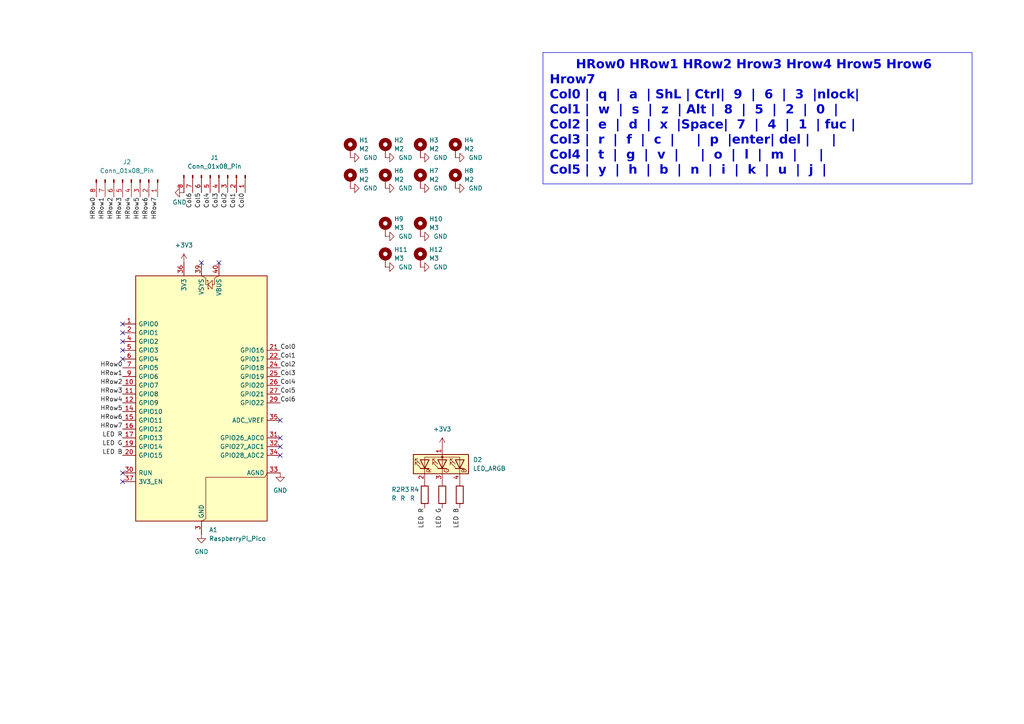
<source format=kicad_sch>
(kicad_sch (version 20231120) (generator "eeschema") (generator_version "8.0")
  (paper "A4")
  (lib_symbols
    (symbol "Connector:Conn_01x08_Pin" (pin_names (offset 1.016) hide)
      (property "Reference" "J" (at 0 10.16 0))
      (property "Value" "Conn_01x08_Pin" (at 0 -12.7 0))
      (symbol "Conn_01x08_Pin_1_1"
        (polyline (pts (xy 1.27 -10.16) (xy 0.8636 -10.16)) (stroke (width 0.1524)))
        (polyline (pts (xy 1.27 -7.62) (xy 0.8636 -7.62)) (stroke (width 0.1524)))
        (polyline (pts (xy 1.27 -5.08) (xy 0.8636 -5.08)) (stroke (width 0.1524)))
        (polyline (pts (xy 1.27 -2.54) (xy 0.8636 -2.54)) (stroke (width 0.1524)))
        (polyline (pts (xy 1.27 0) (xy 0.8636 0)) (stroke (width 0.1524)))
        (polyline (pts (xy 1.27 2.54) (xy 0.8636 2.54)) (stroke (width 0.1524)))
        (polyline (pts (xy 1.27 5.08) (xy 0.8636 5.08)) (stroke (width 0.1524)))
        (polyline (pts (xy 1.27 7.62) (xy 0.8636 7.62)) (stroke (width 0.1524)))
        (rectangle (start 0.8636 -10.033) (end 0 -10.287) (stroke (width 0.1524)) (fill (type outline)))
        (rectangle (start 0.8636 -7.493) (end 0 -7.747) (stroke (width 0.1524)) (fill (type outline)))
        (rectangle (start 0.8636 -4.953) (end 0 -5.207) (stroke (width 0.1524)) (fill (type outline)))
        (rectangle (start 0.8636 -2.413) (end 0 -2.667) (stroke (width 0.1524)) (fill (type outline)))
        (rectangle (start 0.8636 0.127) (end 0 -0.127) (stroke (width 0.1524)) (fill (type outline)))
        (rectangle (start 0.8636 2.667) (end 0 2.413) (stroke (width 0.1524)) (fill (type outline)))
        (rectangle (start 0.8636 5.207) (end 0 4.953) (stroke (width 0.1524)) (fill (type outline)))
        (rectangle (start 0.8636 7.747) (end 0 7.493) (stroke (width 0.1524)) (fill (type outline)))
        (pin passive line (at 5.08 7.62 180) (length 3.81) (name "Pin_1") (number "1"))
        (pin passive line (at 5.08 5.08 180) (length 3.81) (name "Pin_2") (number "2"))
        (pin passive line (at 5.08 2.54 180) (length 3.81) (name "Pin_3") (number "3"))
        (pin passive line (at 5.08 0 180) (length 3.81) (name "Pin_4") (number "4"))
        (pin passive line (at 5.08 -2.54 180) (length 3.81) (name "Pin_5") (number "5"))
        (pin passive line (at 5.08 -5.08 180) (length 3.81) (name "Pin_6") (number "6"))
        (pin passive line (at 5.08 -7.62 180) (length 3.81) (name "Pin_7") (number "7"))
        (pin passive line (at 5.08 -10.16 180) (length 3.81) (name "Pin_8") (number "8"))
      )
    )
    (symbol "Device:LED_ARGB" (pin_names (offset 0) hide)
      (property "Reference" "D" (at 0 9.398 0))
      (property "Value" "LED_ARGB" (at 0 -8.89 0))
      (symbol "LED_ARGB_0_0"
        (text "B" (at -1.905 -6.35 0) (effects (font (size 1.27 1.27))))
        (text "G" (at -1.905 -1.27 0) (effects (font (size 1.27 1.27))))
        (text "R" (at -1.905 3.81 0) (effects (font (size 1.27 1.27))))
      )
      (symbol "LED_ARGB_0_1"
        (polyline (pts (xy -1.27 -5.08) (xy -2.54 -5.08)))
        (polyline (pts (xy -1.27 -5.08) (xy 1.27 -5.08)))
        (polyline (pts (xy -1.27 -3.81) (xy -1.27 -6.35)) (stroke (width 0.254)))
        (polyline (pts (xy -1.27 0) (xy -2.54 0)))
        (polyline (pts (xy -1.27 1.27) (xy -1.27 -1.27)) (stroke (width 0.254)))
        (polyline (pts (xy -1.27 5.08) (xy -2.54 5.08)))
        (polyline (pts (xy -1.27 5.08) (xy 1.27 5.08)))
        (polyline (pts (xy -1.27 6.35) (xy -1.27 3.81)) (stroke (width 0.254)))
        (polyline (pts (xy 1.27 0) (xy -1.27 0)))
        (polyline (pts (xy 1.27 0) (xy 2.54 0)))
        (polyline (pts (xy -1.27 1.27) (xy -1.27 -1.27) (xy -1.27 -1.27)))
        (polyline (pts (xy -1.27 6.35) (xy -1.27 3.81) (xy -1.27 3.81)))
        (polyline (pts (xy 1.27 -5.08) (xy 2.032 -5.08) (xy 2.032 5.08) (xy 1.27 5.08)))
        (polyline (pts (xy 1.27 -3.81) (xy 1.27 -6.35) (xy -1.27 -5.08) (xy 1.27 -3.81)) (stroke (width 0.254)))
        (polyline (pts (xy 1.27 1.27) (xy 1.27 -1.27) (xy -1.27 0) (xy 1.27 1.27)) (stroke (width 0.254)))
        (polyline (pts (xy 1.27 6.35) (xy 1.27 3.81) (xy -1.27 5.08) (xy 1.27 6.35)) (stroke (width 0.254)))
        (polyline (pts (xy -1.016 -3.81) (xy 0.508 -2.286) (xy -0.254 -2.286) (xy 0.508 -2.286) (xy 0.508 -3.048)))
        (polyline (pts (xy -1.016 1.27) (xy 0.508 2.794) (xy -0.254 2.794) (xy 0.508 2.794) (xy 0.508 2.032)))
        (polyline (pts (xy -1.016 6.35) (xy 0.508 7.874) (xy -0.254 7.874) (xy 0.508 7.874) (xy 0.508 7.112)))
        (polyline (pts (xy 0 -3.81) (xy 1.524 -2.286) (xy 0.762 -2.286) (xy 1.524 -2.286) (xy 1.524 -3.048)))
        (polyline (pts (xy 0 1.27) (xy 1.524 2.794) (xy 0.762 2.794) (xy 1.524 2.794) (xy 1.524 2.032)))
        (polyline (pts (xy 0 6.35) (xy 1.524 7.874) (xy 0.762 7.874) (xy 1.524 7.874) (xy 1.524 7.112)))
        (rectangle (start 1.27 -1.27) (end 1.27 1.27))
        (rectangle (start 1.27 1.27) (end 1.27 1.27))
        (rectangle (start 1.27 3.81) (end 1.27 6.35))
        (rectangle (start 1.27 6.35) (end 1.27 6.35))
        (circle (center 2.032 0) (radius 0.254) (fill (type outline)))
        (rectangle (start 2.794 8.382) (end -2.794 -7.62) (stroke (width 0.254)) (fill (type background)))
      )
      (symbol "LED_ARGB_1_1"
        (pin passive line (at 5.08 0 180) (length 2.54) (name "A") (number "1"))
        (pin passive line (at -5.08 5.08 0) (length 2.54) (name "RK") (number "2"))
        (pin passive line (at -5.08 0 0) (length 2.54) (name "GK") (number "3"))
        (pin passive line (at -5.08 -5.08 0) (length 2.54) (name "BK") (number "4"))
      )
    )
    (symbol "Device:R" (pin_numbers hide) (pin_names (offset 0))
      (property "Reference" "R" (at 2.032 0 90))
      (property "Value" "R" (at 0 0 90))
      (symbol "R_0_1"
        (rectangle (start -1.016 -2.54) (end 1.016 2.54) (stroke (width 0.254)))
      )
      (symbol "R_1_1"
        (pin passive line (at 0 3.81 270) (length 1.27) (name "~") (number "1"))
        (pin passive line (at 0 -3.81 90) (length 1.27) (name "~") (number "2"))
      )
    )
    (symbol "MCU_Module_RaspberryPi_Pico:RaspberryPi_Pico" (pin_names (offset 0.762))
      (property "Reference" "A" (at -19.05 38.1 0))
      (property "Value" "RaspberryPi_Pico" (at 7.62 38.1 0))
      (symbol "RaspberryPi_Pico_0_1"
        (rectangle (start -19.05 36.83) (end 19.05 -34.29) (stroke (width 0.254)) (fill (type background)))
        (polyline (pts (xy 0 36.83) (xy 1.27 36.195) (xy 1.27 34.29) (xy 1.905 34.29)))
        (polyline (pts (xy 1.905 34.29) (xy 3.175 35.56) (xy 3.175 33.02) (xy 1.905 34.29)))
        (polyline (pts (xy 5.08 36.83) (xy 3.81 36.195) (xy 3.81 34.29) (xy 3.175 34.29)))
        (polyline (pts (xy 0 -34.29) (xy 1.27 -33.655) (xy 1.27 -21.59) (xy 18.415 -21.59) (xy 19.05 -20.32)))
        (polyline (pts (xy 1.651 35.306) (xy 1.651 35.56) (xy 1.905 35.56) (xy 1.905 33.02) (xy 2.159 33.02) (xy 2.159 33.274)))
      )
      (symbol "RaspberryPi_Pico_1_1"
        (pin bidirectional line (at -22.86 22.86 0) (length 3.81) (name "GPIO0") (number "1"))
        (pin bidirectional line (at -22.86 5.08 0) (length 3.81) (name "GPIO7") (number "10"))
        (pin bidirectional line (at -22.86 2.54 0) (length 3.81) (name "GPIO8") (number "11"))
        (pin bidirectional line (at -22.86 0 0) (length 3.81) (name "GPIO9") (number "12"))
        (pin passive line (at 0 -38.1 90) (length 3.81) hide (name "GND") (number "13"))
        (pin bidirectional line (at -22.86 -2.54 0) (length 3.81) (name "GPIO10") (number "14"))
        (pin bidirectional line (at -22.86 -5.08 0) (length 3.81) (name "GPIO11") (number "15"))
        (pin bidirectional line (at -22.86 -7.62 0) (length 3.81) (name "GPIO12") (number "16"))
        (pin bidirectional line (at -22.86 -10.16 0) (length 3.81) (name "GPIO13") (number "17"))
        (pin passive line (at 0 -38.1 90) (length 3.81) hide (name "GND") (number "18"))
        (pin bidirectional line (at -22.86 -12.7 0) (length 3.81) (name "GPIO14") (number "19"))
        (pin bidirectional line (at -22.86 20.32 0) (length 3.81) (name "GPIO1") (number "2"))
        (pin bidirectional line (at -22.86 -15.24 0) (length 3.81) (name "GPIO15") (number "20"))
        (pin bidirectional line (at 22.86 15.24 180) (length 3.81) (name "GPIO16") (number "21"))
        (pin bidirectional line (at 22.86 12.7 180) (length 3.81) (name "GPIO17") (number "22"))
        (pin passive line (at 0 -38.1 90) (length 3.81) hide (name "GND") (number "23"))
        (pin bidirectional line (at 22.86 10.16 180) (length 3.81) (name "GPIO18") (number "24"))
        (pin bidirectional line (at 22.86 7.62 180) (length 3.81) (name "GPIO19") (number "25"))
        (pin bidirectional line (at 22.86 5.08 180) (length 3.81) (name "GPIO20") (number "26"))
        (pin bidirectional line (at 22.86 2.54 180) (length 3.81) (name "GPIO21") (number "27"))
        (pin passive line (at 0 -38.1 90) (length 3.81) hide (name "GND") (number "28"))
        (pin bidirectional line (at 22.86 0 180) (length 3.81) (name "GPIO22") (number "29"))
        (pin power_out line (at 0 -38.1 90) (length 3.81) (name "GND") (number "3"))
        (pin input line (at -22.86 -20.32 0) (length 3.81) (name "RUN") (number "30"))
        (pin bidirectional line (at 22.86 -10.16 180) (length 3.81) (name "GPIO26_ADC0") (number "31"))
        (pin bidirectional line (at 22.86 -12.7 180) (length 3.81) (name "GPIO27_ADC1") (number "32"))
        (pin power_out line (at 22.86 -20.32 180) (length 3.81) (name "AGND") (number "33"))
        (pin bidirectional line (at 22.86 -15.24 180) (length 3.81) (name "GPIO28_ADC2") (number "34"))
        (pin power_in line (at 22.86 -5.08 180) (length 3.81) (name "ADC_VREF") (number "35"))
        (pin power_out line (at -5.08 40.64 270) (length 3.81) (name "3V3") (number "36"))
        (pin input line (at -22.86 -22.86 0) (length 3.81) (name "3V3_EN") (number "37"))
        (pin passive line (at 0 -38.1 90) (length 3.81) hide (name "GND") (number "38"))
        (pin power_out line (at 0 40.64 270) (length 3.81) (name "VSYS") (number "39"))
        (pin bidirectional line (at -22.86 17.78 0) (length 3.81) (name "GPIO2") (number "4"))
        (pin power_out line (at 5.08 40.64 270) (length 3.81) (name "VBUS") (number "40"))
        (pin bidirectional line (at -22.86 15.24 0) (length 3.81) (name "GPIO3") (number "5"))
        (pin bidirectional line (at -22.86 12.7 0) (length 3.81) (name "GPIO4") (number "6"))
        (pin bidirectional line (at -22.86 10.16 0) (length 3.81) (name "GPIO5") (number "7"))
        (pin passive line (at 0 -38.1 90) (length 3.81) hide (name "GND") (number "8"))
        (pin bidirectional line (at -22.86 7.62 0) (length 3.81) (name "GPIO6") (number "9"))
      )
    )
    (symbol "Mechanical:MountingHole_Pad" (pin_numbers hide) (pin_names (offset 1.016) hide) (exclude_from_sim yes) (in_bom no)
      (property "Reference" "H" (at 0 6.35 0))
      (property "Value" "MountingHole_Pad" (at 0 4.445 0))
      (symbol "MountingHole_Pad_0_1"
        (circle (center 0 1.27) (radius 1.27) (stroke (width 1.27)))
      )
      (symbol "MountingHole_Pad_1_1"
        (pin input line (at 0 -2.54 90) (length 2.54) (name "1") (number "1"))
      )
    )
    (symbol "power:+3V3" (power) (pin_numbers hide) (pin_names (offset 0) hide)
      (property "Value" "+3V3" (at 0 3.556 0))
      (symbol "+3V3_0_1"
        (polyline (pts (xy -0.762 1.27) (xy 0 2.54)))
        (polyline (pts (xy 0 0) (xy 0 2.54)))
        (polyline (pts (xy 0 2.54) (xy 0.762 1.27)))
      )
      (symbol "+3V3_1_1"
        (pin power_in line (at 0 0 90) (length 0) (name "~") (number "1"))
      )
    )
    (symbol "power:GND" (power) (pin_numbers hide) (pin_names (offset 0) hide)
      (property "Value" "GND" (at 0 -3.81 0))
      (symbol "GND_0_1"
        (polyline (pts (xy 0 0) (xy 0 -1.27) (xy 1.27 -1.27) (xy 0 -2.54) (xy -1.27 -1.27) (xy 0 -1.27)))
      )
      (symbol "GND_1_1"
        (pin power_in line (at 0 0 270) (length 0) (name "~") (number "1"))
      )
    )
  )
  (no_connect (at 81.28 129.54))
  (no_connect (at 35.56 104.14))
  (no_connect (at 81.28 127))
  (no_connect (at 35.56 99.06))
  (no_connect (at 35.56 93.98))
  (no_connect (at 35.56 137.16))
  (no_connect (at 35.56 139.7))
  (no_connect (at 35.56 96.52))
  (no_connect (at 58.42 76.2))
  (no_connect (at 81.28 121.92))
  (no_connect (at 63.5 76.2))
  (no_connect (at 81.28 132.08))
  (no_connect (at 35.56 101.6))
  (text_box "      HRow0 HRow1 HRow2 Hrow3 Hrow4 Hrow5 Hrow6 Hrow7\nCol0 |  q  |  a  | ShL | Ctrl|  9  |  6  |  3  |nlock|\nCol1 |  w  |  s  |  z  | Alt |  8  |  5  |  2  |  0  |\nCol2 |  e  |  d  |  x  |Space|  7  |  4  |  1  | fuc |\nCol3 |  r  |  f  |  c  |     |  p  |enter| del |     |\nCol4 |  t  |  g  |  v  |     |  o  |  l  |  m  |     |\nCol5 |  y  |  h  |  b  |  n  |  i  |  k  |  u  |  j  |" (at 157.48 15.24 0) (size 124.46 38.1) (effects (font (size 2.6 2.6) (thickness 0.52) (bold yes)) (justify left top)))
  (label "Col6" (at 81.28 116.84 0))
  (label "Col6" (at 55.88 55.88 270))
  (label "HRow1" (at 35.56 109.22 180))
  (label "HRow7" (at 35.56 124.46 180))
  (label "Col4" (at 81.28 111.76 0))
  (label "Col5" (at 58.42 55.88 270))
  (label "Col4" (at 60.96 55.88 270))
  (label "Col3" (at 81.28 109.22 0))
  (label "HRow6" (at 43.18 57.15 270))
  (label "Col5" (at 81.28 114.3 0))
  (label "LED B" (at 133.35 147.32 270))
  (label "Col0" (at 71.12 55.88 270))
  (label "HRow0" (at 35.56 106.68 180))
  (label "LED G" (at 35.56 129.54 180))
  (label "Col0" (at 81.28 101.6 0))
  (label "HRow7" (at 45.72 57.15 270))
  (label "LED R" (at 123.19 147.32 270))
  (label "Col3" (at 63.5 55.88 270))
  (label "HRow3" (at 35.56 57.15 270))
  (label "HRow4" (at 38.1 57.15 270))
  (label "HRow1" (at 30.48 57.15 270))
  (label "HRow2" (at 33.02 57.15 270))
  (label "HRow2" (at 35.56 111.76 180))
  (label "LED B" (at 35.56 132.08 180))
  (label "HRow5" (at 35.56 119.38 180))
  (label "HRow4" (at 35.56 116.84 180))
  (label "HRow6" (at 35.56 121.92 180))
  (label "Col2" (at 81.28 106.68 0))
  (label "LED R" (at 35.56 127 180))
  (label "Col1" (at 68.58 55.88 270))
  (label "Col1" (at 81.28 104.14 0))
  (label "HRow5" (at 40.64 57.15 270))
  (label "Col2" (at 66.04 55.88 270))
  (label "LED G" (at 128.27 147.32 270))
  (label "HRow0" (at 27.94 57.15 270))
  (label "HRow3" (at 35.56 114.3 180))
  (symbol (lib_id "Mechanical:MountingHole_Pad") (at 111.76 52.07 0) (unit 1) (exclude_from_sim yes) (in_bom no)
    (property "Reference" "H6" (at 114.3 49.5299 0) (effects (justify left)))
    (property "Value" "M2" (at 114.3 52.0699 0) (effects (justify left)))
    (property "Footprint" "MountingHole:MountingHole_2.2mm_M2_Pad" (effects (hide yes)))
    (property "Description" "Mounting Hole with connection" (effects (hide yes)))
  )
  (symbol (lib_id "Mechanical:MountingHole_Pad") (at 121.92 52.07 0) (unit 1) (exclude_from_sim yes) (in_bom no)
    (property "Reference" "H7" (at 124.46 49.5299 0) (effects (justify left)))
    (property "Value" "M2" (at 124.46 52.0699 0) (effects (justify left)))
    (property "Footprint" "MountingHole:MountingHole_2.2mm_M2_Pad" (effects (hide yes)))
    (property "Description" "Mounting Hole with connection" (effects (hide yes)))
  )
  (symbol (lib_id "Mechanical:MountingHole_Pad") (at 111.76 43.18 0) (unit 1) (exclude_from_sim yes) (in_bom no)
    (property "Reference" "H2" (at 114.3 40.6399 0) (effects (justify left)))
    (property "Value" "M2" (at 114.3 43.1799 0) (effects (justify left)))
    (property "Footprint" "MountingHole:MountingHole_2.2mm_M2_Pad" (effects (hide yes)))
    (property "Description" "Mounting Hole with connection" (effects (hide yes)))
  )
  (symbol (lib_id "Device:R") (at 128.27 143.51 180) (unit 1)
    (property "Reference" "R3" (at 116.078 141.986 0) (effects (justify right)))
    (property "Value" "R" (at 116.078 144.526 0) (effects (justify right)))
    (property "Footprint" "Resistor_SMD:R_0805_2012Metric" (effects (hide yes)))
    (property "Description" "Resistor" (effects (hide yes)))
  )
  (symbol (lib_id "Mechanical:MountingHole_Pad") (at 121.92 43.18 0) (unit 1) (exclude_from_sim yes) (in_bom no)
    (property "Reference" "H3" (at 124.46 40.6399 0) (effects (justify left)))
    (property "Value" "M2" (at 124.46 43.1799 0) (effects (justify left)))
    (property "Footprint" "MountingHole:MountingHole_2.2mm_M2_Pad" (effects (hide yes)))
    (property "Description" "Mounting Hole with connection" (effects (hide yes)))
  )
  (symbol (lib_id "power:GND") (at 111.76 77.47 90) (unit 1)
    (property "Reference" "#PWR08" (effects (hide yes)))
    (property "Value" "GND" (at 115.57 77.4699 90) (effects (justify right)))
    (property "Description" "Power symbol creates a global label with name \"GND\" , ground" (effects (hide yes)))
  )
  (symbol (lib_id "Mechanical:MountingHole_Pad") (at 111.76 66.04 0) (unit 1) (exclude_from_sim yes) (in_bom no)
    (property "Reference" "H9" (at 114.3 63.4999 0) (effects (justify left)))
    (property "Value" "M3" (at 114.3 66.0399 0) (effects (justify left)))
    (property "Footprint" "MountingHole:MountingHole_3.2mm_M3_Pad" (effects (hide yes)))
    (property "Description" "Mounting Hole with connection" (effects (hide yes)))
  )
  (symbol (lib_id "power:GND") (at 101.6 45.72 90) (unit 1)
    (property "Reference" "#PWR09" (effects (hide yes)))
    (property "Value" "GND" (at 105.41 45.7199 90) (effects (justify right)))
    (property "Description" "Power symbol creates a global label with name \"GND\" , ground" (effects (hide yes)))
  )
  (symbol (lib_id "Connector:Conn_01x08_Pin") (at 38.1 52.07 270) (unit 1)
    (property "Reference" "J2" (at 36.83 46.99 90))
    (property "Value" "Conn_01x08_Pin" (at 36.83 49.53 90))
    (property "Footprint" "Connector_Harwin:Harwin_M20-89008xx_1x08_P2.54mm_Horizontal" (effects (hide yes)))
    (property "Description" "Generic connector, single row, 01x08, script generated" (effects (hide yes)))
  )
  (symbol (lib_id "Mechanical:MountingHole_Pad") (at 111.76 74.93 0) (unit 1) (exclude_from_sim yes) (in_bom no)
    (property "Reference" "H11" (at 114.3 72.3899 0) (effects (justify left)))
    (property "Value" "M3" (at 114.3 74.9299 0) (effects (justify left)))
    (property "Footprint" "MountingHole:MountingHole_3.2mm_M3_Pad" (effects (hide yes)))
    (property "Description" "Mounting Hole with connection" (effects (hide yes)))
  )
  (symbol (lib_id "power:+3V3") (at 53.34 76.2 0) (unit 1)
    (property "Reference" "#PWR012" (effects (hide yes)))
    (property "Value" "+3V3" (at 53.34 71.12 0))
    (property "Description" "Power symbol creates a global label with name \"+3V3\"" (effects (hide yes)))
  )
  (symbol (lib_id "power:GND") (at 132.08 45.72 90) (unit 1)
    (property "Reference" "#PWR01" (effects (hide yes)))
    (property "Value" "GND" (at 135.89 45.7199 90) (effects (justify right)))
    (property "Description" "Power symbol creates a global label with name \"GND\" , ground" (effects (hide yes)))
  )
  (symbol (lib_id "power:GND") (at 121.92 68.58 90) (unit 1)
    (property "Reference" "#PWR018" (effects (hide yes)))
    (property "Value" "GND" (at 125.73 68.5799 90) (effects (justify right)))
    (property "Description" "Power symbol creates a global label with name \"GND\" , ground" (effects (hide yes)))
  )
  (symbol (lib_id "Mechanical:MountingHole_Pad") (at 132.08 52.07 0) (unit 1) (exclude_from_sim yes) (in_bom no)
    (property "Reference" "H8" (at 134.62 49.5299 0) (effects (justify left)))
    (property "Value" "M2" (at 134.62 52.0699 0) (effects (justify left)))
    (property "Footprint" "MountingHole:MountingHole_2.2mm_M2_Pad" (effects (hide yes)))
    (property "Description" "Mounting Hole with connection" (effects (hide yes)))
  )
  (symbol (lib_id "power:+3V3") (at 128.27 129.54 0) (unit 1)
    (property "Reference" "#PWR013" (effects (hide yes)))
    (property "Value" "+3V3" (at 128.27 124.46 0))
    (property "Description" "Power symbol creates a global label with name \"+3V3\"" (effects (hide yes)))
  )
  (symbol (lib_id "power:GND") (at 111.76 54.61 90) (unit 1)
    (property "Reference" "#PWR015" (effects (hide yes)))
    (property "Value" "GND" (at 115.57 54.6099 90) (effects (justify right)))
    (property "Description" "Power symbol creates a global label with name \"GND\" , ground" (effects (hide yes)))
  )
  (symbol (lib_id "power:GND") (at 121.92 77.47 90) (unit 1)
    (property "Reference" "#PWR010" (effects (hide yes)))
    (property "Value" "GND" (at 125.73 77.4699 90) (effects (justify right)))
    (property "Description" "Power symbol creates a global label with name \"GND\" , ground" (effects (hide yes)))
  )
  (symbol (lib_id "power:GND") (at 121.92 54.61 90) (unit 1)
    (property "Reference" "#PWR016" (effects (hide yes)))
    (property "Value" "GND" (at 125.73 54.6099 90) (effects (justify right)))
    (property "Description" "Power symbol creates a global label with name \"GND\" , ground" (effects (hide yes)))
  )
  (symbol (lib_id "power:GND") (at 132.08 54.61 90) (unit 1)
    (property "Reference" "#PWR017" (effects (hide yes)))
    (property "Value" "GND" (at 135.89 54.6099 90) (effects (justify right)))
    (property "Description" "Power symbol creates a global label with name \"GND\" , ground" (effects (hide yes)))
  )
  (symbol (lib_id "Device:R") (at 133.35 143.51 180) (unit 1)
    (property "Reference" "R4" (at 118.872 141.986 0) (effects (justify right)))
    (property "Value" "R" (at 118.872 144.526 0) (effects (justify right)))
    (property "Footprint" "Resistor_SMD:R_0805_2012Metric" (effects (hide yes)))
    (property "Description" "Resistor" (effects (hide yes)))
  )
  (symbol (lib_id "Connector:Conn_01x08_Pin") (at 63.5 50.8 270) (unit 1)
    (property "Reference" "J1" (at 62.23 45.72 90))
    (property "Value" "Conn_01x08_Pin" (at 62.23 48.26 90))
    (property "Footprint" "Connector_Harwin:Harwin_M20-89008xx_1x08_P2.54mm_Horizontal" (effects (hide yes)))
    (property "Description" "Generic connector, single row, 01x08, script generated" (effects (hide yes)))
  )
  (symbol (lib_id "power:GND") (at 111.76 45.72 90) (unit 1)
    (property "Reference" "#PWR014" (effects (hide yes)))
    (property "Value" "GND" (at 115.57 45.7199 90) (effects (justify right)))
    (property "Description" "Power symbol creates a global label with name \"GND\" , ground" (effects (hide yes)))
  )
  (symbol (lib_id "Mechanical:MountingHole_Pad") (at 132.08 43.18 0) (unit 1) (exclude_from_sim yes) (in_bom no)
    (property "Reference" "H4" (at 134.62 40.6399 0) (effects (justify left)))
    (property "Value" "M2" (at 134.62 43.1799 0) (effects (justify left)))
    (property "Footprint" "MountingHole:MountingHole_2.2mm_M2_Pad" (effects (hide yes)))
    (property "Description" "Mounting Hole with connection" (effects (hide yes)))
  )
  (symbol (lib_id "power:GND") (at 111.76 68.58 90) (unit 1)
    (property "Reference" "#PWR07" (effects (hide yes)))
    (property "Value" "GND" (at 115.57 68.5799 90) (effects (justify right)))
    (property "Description" "Power symbol creates a global label with name \"GND\" , ground" (effects (hide yes)))
  )
  (symbol (lib_id "power:GND") (at 121.92 45.72 90) (unit 1)
    (property "Reference" "#PWR04" (effects (hide yes)))
    (property "Value" "GND" (at 125.73 45.7199 90) (effects (justify right)))
    (property "Description" "Power symbol creates a global label with name \"GND\" , ground" (effects (hide yes)))
  )
  (symbol (lib_id "Device:LED_ARGB") (at 128.27 134.62 90) (unit 1)
    (property "Reference" "D2" (at 137.16 133.3499 90) (effects (justify right)))
    (property "Value" "LED_ARGB" (at 137.16 135.8899 90) (effects (justify right)))
    (property "Footprint" "Smal:ARGB horizontal" (effects (hide yes)))
    (property "Description" "RGB LED, anode/red/green/blue" (effects (hide yes)))
  )
  (symbol (lib_id "MCU_Module_RaspberryPi_Pico:RaspberryPi_Pico") (at 58.42 116.84 0) (unit 1)
    (property "Reference" "A1" (at 60.6141 153.67 0) (effects (justify left)))
    (property "Value" "RaspberryPi_Pico" (at 60.6141 156.21 0) (effects (justify left)))
    (property "Footprint" "Module_RaspberryPi_Pico:RaspberryPi_Pico_Common_SMD" (effects (hide yes)))
    (property "Datasheet" "https://datasheets.raspberrypi.com/pico/pico-datasheet.pdf" (effects (hide yes)))
    (property "Description" "Versatile and inexpensive microcontroller module powered by RP2040 dual-core Arm Cortex-M0+ processor up to 133 MHz, 264kB SRAM, 2MB QSPI flash" (effects (hide yes)))
  )
  (symbol (lib_id "power:GND") (at 81.28 137.16 0) (unit 1)
    (property "Reference" "#PWR05" (effects (hide yes)))
    (property "Value" "GND" (at 81.28 142.24 0))
    (property "Description" "Power symbol creates a global label with name \"GND\" , ground" (effects (hide yes)))
  )
  (symbol (lib_id "Device:R") (at 123.19 143.51 180) (unit 1)
    (property "Reference" "R2" (at 113.538 141.986 0) (effects (justify right)))
    (property "Value" "R" (at 113.538 144.526 0) (effects (justify right)))
    (property "Footprint" "Resistor_SMD:R_0805_2012Metric" (effects (hide yes)))
    (property "Description" "Resistor" (effects (hide yes)))
  )
  (symbol (lib_id "power:GND") (at 101.6 54.61 90) (unit 1)
    (property "Reference" "#PWR02" (effects (hide yes)))
    (property "Value" "GND" (at 105.41 54.6099 90) (effects (justify right)))
    (property "Description" "Power symbol creates a global label with name \"GND\" , ground" (effects (hide yes)))
  )
  (symbol (lib_id "Mechanical:MountingHole_Pad") (at 101.6 43.18 0) (unit 1) (exclude_from_sim yes) (in_bom no)
    (property "Reference" "H1" (at 104.14 40.6399 0) (effects (justify left)))
    (property "Value" "M2" (at 104.14 43.1799 0) (effects (justify left)))
    (property "Footprint" "MountingHole:MountingHole_2.2mm_M2_Pad" (effects (hide yes)))
    (property "Description" "Mounting Hole with connection" (effects (hide yes)))
  )
  (symbol (lib_id "Mechanical:MountingHole_Pad") (at 101.6 52.07 0) (unit 1) (exclude_from_sim yes) (in_bom no)
    (property "Reference" "H5" (at 104.14 49.5299 0) (effects (justify left)))
    (property "Value" "M2" (at 104.14 52.0699 0) (effects (justify left)))
    (property "Footprint" "MountingHole:MountingHole_2.2mm_M2_Pad" (effects (hide yes)))
    (property "Description" "Mounting Hole with connection" (effects (hide yes)))
  )
  (symbol (lib_id "power:GND") (at 53.34 55.88 270) (mirror x) (unit 1)
    (property "Reference" "#PWR03" (effects (hide yes)))
    (property "Value" "GND" (at 52.07 58.674 90))
    (property "Description" "Power symbol creates a global label with name \"GND\" , ground" (effects (hide yes)))
  )
  (symbol (lib_id "Mechanical:MountingHole_Pad") (at 121.92 66.04 0) (unit 1) (exclude_from_sim yes) (in_bom no)
    (property "Reference" "H10" (at 124.46 63.4999 0) (effects (justify left)))
    (property "Value" "M3" (at 124.46 66.0399 0) (effects (justify left)))
    (property "Footprint" "MountingHole:MountingHole_3.2mm_M3_Pad" (effects (hide yes)))
    (property "Description" "Mounting Hole with connection" (effects (hide yes)))
  )
  (symbol (lib_id "power:GND") (at 58.42 154.94 0) (unit 1)
    (property "Reference" "#PWR06" (effects (hide yes)))
    (property "Value" "GND" (at 58.42 160.02 0))
    (property "Description" "Power symbol creates a global label with name \"GND\" , ground" (effects (hide yes)))
  )
  (symbol (lib_id "Mechanical:MountingHole_Pad") (at 121.92 74.93 0) (unit 1) (exclude_from_sim yes) (in_bom no)
    (property "Reference" "H12" (at 124.46 72.3899 0) (effects (justify left)))
    (property "Value" "M3" (at 124.46 74.9299 0) (effects (justify left)))
    (property "Footprint" "MountingHole:MountingHole_3.2mm_M3_Pad" (effects (hide yes)))
    (property "Description" "Mounting Hole with connection" (effects (hide yes)))
  )
)
</source>
